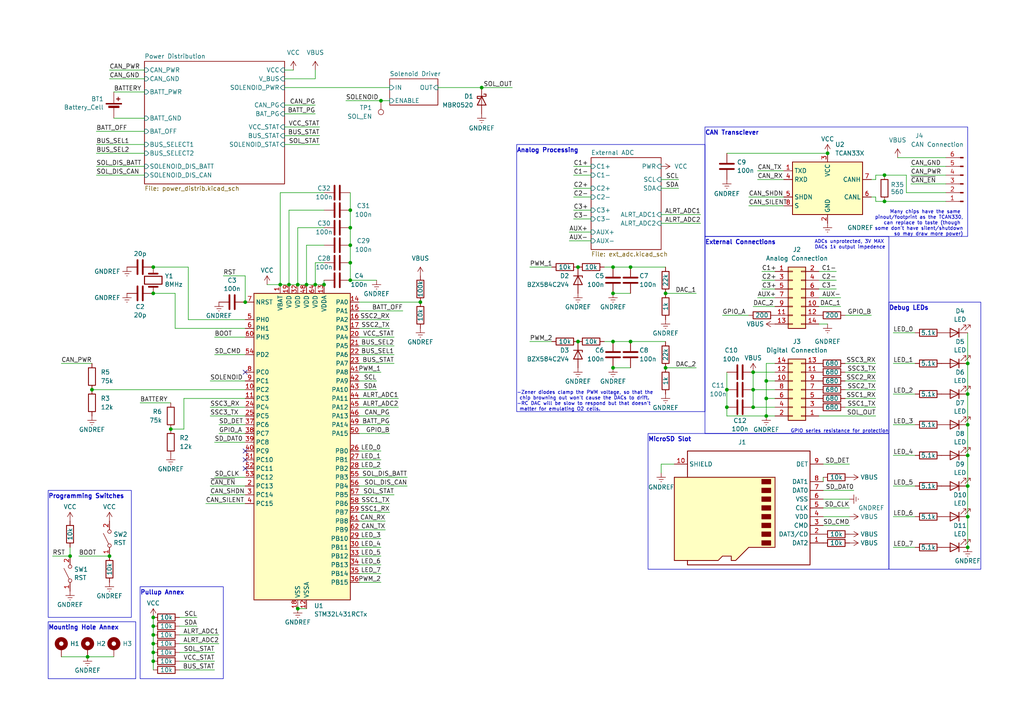
<source format=kicad_sch>
(kicad_sch (version 20230121) (generator eeschema)
  (paper "A4")
  (title_block (title "DiveCAN Head") (date "2024-01-08") (rev "2.2 (DRAFT)") (company "Aren Leishman"))
  (junction (at 101.6 60.96))
  (junction (at 177.8 85.09))
  (junction (at 101.6 66.04))
  (junction (at 280.67 132.08))
  (junction (at 177.8 77.47))
  (junction (at 88.9 82.55))
  (junction (at 218.44 107.95))
  (junction (at 280.67 123.19))
  (junction (at 167.64 99.06))
  (junction (at 81.28 82.55))
  (junction (at 44.45 191.77))
  (junction (at 44.45 77.47))
  (junction (at 256.54 58.42))
  (junction (at 91.44 82.55))
  (junction (at 20.32 161.29))
  (junction (at 280.67 158.75))
  (junction (at 280.67 114.3))
  (junction (at 193.04 85.09))
  (junction (at 240.03 44.45))
  (junction (at 44.45 179.07))
  (junction (at 101.6 81.28))
  (junction (at 110.49 29.21))
  (junction (at 193.04 106.68))
  (junction (at 280.67 140.97))
  (junction (at 121.92 87.63))
  (junction (at 210.82 118.11))
  (junction (at 218.44 113.03))
  (junction (at 49.53 124.46))
  (junction (at 182.88 99.06))
  (junction (at 222.25 115.57))
  (junction (at 93.98 82.55))
  (junction (at 182.88 77.47))
  (junction (at 177.8 99.06))
  (junction (at 101.6 71.12))
  (junction (at 25.4 190.5))
  (junction (at 101.6 76.2))
  (junction (at 44.45 189.23))
  (junction (at 139.7 25.4))
  (junction (at 31.75 161.29))
  (junction (at 222.25 110.49))
  (junction (at 222.25 120.65))
  (junction (at 71.12 87.63))
  (junction (at 280.67 105.41))
  (junction (at 44.45 184.15))
  (junction (at 44.45 181.61))
  (junction (at 44.45 186.69))
  (junction (at 210.82 113.03))
  (junction (at 167.64 77.47))
  (junction (at 86.36 82.55))
  (junction (at 280.67 149.86))
  (junction (at 86.36 176.53))
  (junction (at 256.54 50.8))
  (junction (at 83.82 82.55))
  (junction (at 177.8 106.68))
  (junction (at 44.45 85.09))
  (junction (at 218.44 118.11))
  (junction (at 26.67 113.03))
  (no_connect (at 71.12 135.89))
  (no_connect (at 71.12 133.35))
  (no_connect (at 71.12 107.95))
  (no_connect (at 71.12 130.81))
  (wire (pts (xy 259.08 123.19) (xy 265.43 123.19)))
  (wire (pts (xy 101.6 76.2) (xy 101.6 81.28)))
  (wire (pts (xy 62.23 138.43) (xy 71.12 138.43)))
  (wire (pts (xy 31.75 20.32) (xy 41.91 20.32)))
  (wire (pts (xy 86.36 82.55) (xy 88.9 82.55)))
  (wire (pts (xy 219.71 52.07) (xy 227.33 52.07)))
  (wire (pts (xy 245.11 91.44) (xy 252.73 91.44)))
  (wire (pts (xy 104.14 87.63) (xy 121.92 87.63)))
  (wire (pts (xy 101.6 60.96) (xy 101.6 66.04)))
  (wire (pts (xy 177.8 77.47) (xy 182.88 77.47)))
  (wire (pts (xy 177.8 77.47) (xy 175.26 77.47)))
  (wire (pts (xy 114.3 143.51) (xy 104.14 143.51)))
  (wire (pts (xy 71.12 92.71) (xy 54.61 92.71)))
  (wire (pts (xy 81.28 55.88) (xy 81.28 82.55)))
  (wire (pts (xy 53.34 115.57) (xy 71.12 115.57)))
  (wire (pts (xy 22.86 161.29) (xy 31.75 161.29)))
  (wire (pts (xy 15.24 161.29) (xy 20.32 161.29)))
  (wire (pts (xy 71.12 87.63) (xy 71.12 80.01)))
  (wire (pts (xy 220.98 83.82) (xy 224.79 83.82)))
  (wire (pts (xy 191.77 54.61) (xy 196.85 54.61)))
  (wire (pts (xy 219.71 49.53) (xy 227.33 49.53)))
  (wire (pts (xy 17.78 190.5) (xy 25.4 190.5)))
  (wire (pts (xy 44.45 184.15) (xy 44.45 186.69)))
  (wire (pts (xy 166.37 57.15) (xy 171.45 57.15)))
  (wire (pts (xy 50.8 85.09) (xy 50.8 95.25)))
  (wire (pts (xy 259.08 132.08) (xy 265.43 132.08)))
  (wire (pts (xy 280.67 114.3) (xy 280.67 123.19)))
  (wire (pts (xy 53.34 124.46) (xy 53.34 115.57)))
  (wire (pts (xy 220.98 81.28) (xy 224.79 81.28)))
  (wire (pts (xy 259.08 96.52) (xy 265.43 96.52)))
  (wire (pts (xy 217.17 57.15) (xy 227.33 57.15)))
  (wire (pts (xy 77.47 82.55) (xy 81.28 82.55)))
  (wire (pts (xy 210.82 120.65) (xy 222.25 120.65)))
  (wire (pts (xy 71.12 125.73) (xy 63.5 125.73)))
  (wire (pts (xy 177.8 99.06) (xy 182.88 99.06)))
  (wire (pts (xy 259.08 105.41) (xy 265.43 105.41)))
  (wire (pts (xy 44.45 179.07) (xy 44.45 181.61)))
  (wire (pts (xy 110.49 161.29) (xy 104.14 161.29)))
  (wire (pts (xy 177.8 99.06) (xy 175.26 99.06)))
  (wire (pts (xy 259.08 140.97) (xy 265.43 140.97)))
  (wire (pts (xy 100.33 29.21) (xy 110.49 29.21)))
  (wire (pts (xy 220.98 78.74) (xy 224.79 78.74)))
  (wire (pts (xy 44.45 189.23) (xy 44.45 191.77)))
  (wire (pts (xy 237.49 88.9) (xy 243.84 88.9)))
  (wire (pts (xy 62.23 191.77) (xy 52.07 191.77)))
  (wire (pts (xy 224.79 88.9) (xy 218.44 88.9)))
  (wire (pts (xy 27.94 38.1) (xy 41.91 38.1)))
  (wire (pts (xy 219.71 86.36) (xy 224.79 86.36)))
  (wire (pts (xy 62.23 97.79) (xy 71.12 97.79)))
  (wire (pts (xy 254 57.15) (xy 254 58.42)))
  (wire (pts (xy 246.38 144.78) (xy 238.76 144.78)))
  (wire (pts (xy 238.76 134.62) (xy 246.38 134.62)))
  (wire (pts (xy 193.04 106.68) (xy 201.93 106.68)))
  (wire (pts (xy 104.14 148.59) (xy 113.03 148.59)))
  (wire (pts (xy 210.82 118.11) (xy 210.82 120.65)))
  (wire (pts (xy 83.82 60.96) (xy 93.98 60.96)))
  (wire (pts (xy 110.49 158.75) (xy 104.14 158.75)))
  (wire (pts (xy 86.36 176.53) (xy 88.9 176.53)))
  (wire (pts (xy 110.49 133.35) (xy 104.14 133.35)))
  (wire (pts (xy 86.36 82.55) (xy 86.36 66.04)))
  (wire (pts (xy 91.44 20.32) (xy 91.44 22.86)))
  (wire (pts (xy 62.23 102.87) (xy 71.12 102.87)))
  (wire (pts (xy 86.36 66.04) (xy 93.98 66.04)))
  (wire (pts (xy 93.98 81.28) (xy 93.98 82.55)))
  (wire (pts (xy 222.25 115.57) (xy 224.79 115.57)))
  (wire (pts (xy 218.44 107.95) (xy 218.44 113.03)))
  (wire (pts (xy 114.3 100.33) (xy 104.14 100.33)))
  (wire (pts (xy 91.44 76.2) (xy 93.98 76.2)))
  (wire (pts (xy 88.9 71.12) (xy 93.98 71.12)))
  (wire (pts (xy 217.17 59.69) (xy 227.33 59.69)))
  (wire (pts (xy 104.14 115.57) (xy 115.57 115.57)))
  (wire (pts (xy 110.49 130.81) (xy 104.14 130.81)))
  (wire (pts (xy 116.84 90.17) (xy 104.14 90.17)))
  (wire (pts (xy 101.6 55.88) (xy 101.6 60.96)))
  (wire (pts (xy 44.45 191.77) (xy 44.45 194.31)))
  (wire (pts (xy 238.76 142.24) (xy 247.65 142.24)))
  (wire (pts (xy 62.23 194.31) (xy 52.07 194.31)))
  (wire (pts (xy 191.77 134.62) (xy 195.58 134.62)))
  (wire (pts (xy 254 52.07) (xy 254 50.8)))
  (wire (pts (xy 81.28 82.55) (xy 83.82 82.55)))
  (wire (pts (xy 166.37 60.96) (xy 171.45 60.96)))
  (wire (pts (xy 82.55 20.32) (xy 85.09 20.32)))
  (wire (pts (xy 44.45 186.69) (xy 44.45 189.23)))
  (wire (pts (xy 264.16 50.8) (xy 274.32 50.8)))
  (wire (pts (xy 40.64 116.84) (xy 49.53 116.84)))
  (wire (pts (xy 104.14 125.73) (xy 113.03 125.73)))
  (wire (pts (xy 88.9 82.55) (xy 91.44 82.55)))
  (wire (pts (xy 64.77 80.01) (xy 71.12 80.01)))
  (wire (pts (xy 83.82 82.55) (xy 83.82 60.96)))
  (wire (pts (xy 62.23 128.27) (xy 71.12 128.27)))
  (wire (pts (xy 256.54 58.42) (xy 274.32 58.42)))
  (wire (pts (xy 91.44 82.55) (xy 91.44 76.2)))
  (wire (pts (xy 104.14 123.19) (xy 113.03 123.19)))
  (wire (pts (xy 59.69 146.05) (xy 71.12 146.05)))
  (wire (pts (xy 104.14 151.13) (xy 111.76 151.13)))
  (wire (pts (xy 104.14 107.95) (xy 110.49 107.95)))
  (wire (pts (xy 280.67 140.97) (xy 280.67 149.86)))
  (wire (pts (xy 104.14 153.67) (xy 111.76 153.67)))
  (wire (pts (xy 44.45 181.61) (xy 44.45 184.15)))
  (wire (pts (xy 33.02 34.29) (xy 41.91 34.29)))
  (wire (pts (xy 82.55 25.4) (xy 113.03 25.4)))
  (wire (pts (xy 260.35 45.72) (xy 274.32 45.72)))
  (wire (pts (xy 237.49 86.36) (xy 243.84 86.36)))
  (wire (pts (xy 52.07 186.69) (xy 63.5 186.69)))
  (wire (pts (xy 25.4 190.5) (xy 33.02 190.5)))
  (wire (pts (xy 218.44 113.03) (xy 224.79 113.03)))
  (wire (pts (xy 182.88 77.47) (xy 193.04 77.47)))
  (wire (pts (xy 104.14 92.71) (xy 113.03 92.71)))
  (wire (pts (xy 280.67 123.19) (xy 280.67 132.08)))
  (wire (pts (xy 237.49 81.28) (xy 242.57 81.28)))
  (wire (pts (xy 166.37 63.5) (xy 171.45 63.5)))
  (wire (pts (xy 82.55 33.02) (xy 91.44 33.02)))
  (wire (pts (xy 254 52.07) (xy 252.73 52.07)))
  (wire (pts (xy 237.49 78.74) (xy 242.57 78.74)))
  (wire (pts (xy 177.8 106.68) (xy 182.88 106.68)))
  (wire (pts (xy 104.14 118.11) (xy 115.57 118.11)))
  (wire (pts (xy 110.49 29.21) (xy 113.03 29.21)))
  (wire (pts (xy 91.44 82.55) (xy 93.98 82.55)))
  (wire (pts (xy 50.8 95.25) (xy 71.12 95.25)))
  (wire (pts (xy 245.11 107.95) (xy 254 107.95)))
  (wire (pts (xy 139.7 25.4) (xy 148.59 25.4)))
  (wire (pts (xy 191.77 64.77) (xy 203.2 64.77)))
  (wire (pts (xy 238.76 138.43) (xy 238.76 139.7)))
  (wire (pts (xy 60.96 120.65) (xy 71.12 120.65)))
  (wire (pts (xy 104.14 113.03) (xy 109.22 113.03)))
  (wire (pts (xy 166.37 54.61) (xy 171.45 54.61)))
  (wire (pts (xy 127 25.4) (xy 139.7 25.4)))
  (wire (pts (xy 54.61 92.71) (xy 54.61 77.47)))
  (wire (pts (xy 17.78 105.41) (xy 26.67 105.41)))
  (wire (pts (xy 101.6 71.12) (xy 101.6 76.2)))
  (wire (pts (xy 224.79 105.41) (xy 222.25 105.41)))
  (wire (pts (xy 71.12 113.03) (xy 26.67 113.03)))
  (wire (pts (xy 222.25 110.49) (xy 224.79 110.49)))
  (wire (pts (xy 222.25 105.41) (xy 222.25 110.49)))
  (wire (pts (xy 191.77 137.16) (xy 191.77 134.62)))
  (wire (pts (xy 60.96 140.97) (xy 71.12 140.97)))
  (wire (pts (xy 259.08 158.75) (xy 265.43 158.75)))
  (wire (pts (xy 245.11 113.03) (xy 254 113.03)))
  (wire (pts (xy 104.14 110.49) (xy 109.22 110.49)))
  (wire (pts (xy 165.1 69.85) (xy 171.45 69.85)))
  (wire (pts (xy 210.82 107.95) (xy 210.82 113.03)))
  (wire (pts (xy 82.55 30.48) (xy 91.44 30.48)))
  (wire (pts (xy 191.77 52.07) (xy 196.85 52.07)))
  (wire (pts (xy 280.67 149.86) (xy 280.67 158.75)))
  (wire (pts (xy 166.37 48.26) (xy 171.45 48.26)))
  (wire (pts (xy 177.8 85.09) (xy 182.88 85.09)))
  (wire (pts (xy 222.25 115.57) (xy 222.25 120.65)))
  (wire (pts (xy 33.02 26.67) (xy 41.91 26.67)))
  (wire (pts (xy 259.08 149.86) (xy 265.43 149.86)))
  (wire (pts (xy 104.14 95.25) (xy 113.03 95.25)))
  (wire (pts (xy 60.96 110.49) (xy 71.12 110.49)))
  (wire (pts (xy 31.75 22.86) (xy 41.91 22.86)))
  (wire (pts (xy 54.61 77.47) (xy 44.45 77.47)))
  (wire (pts (xy 245.11 115.57) (xy 254 115.57)))
  (wire (pts (xy 262.89 50.8) (xy 262.89 55.88)))
  (wire (pts (xy 104.14 146.05) (xy 113.03 146.05)))
  (wire (pts (xy 104.14 168.91) (xy 110.49 168.91)))
  (wire (pts (xy 92.71 39.37) (xy 82.55 39.37)))
  (wire (pts (xy 110.49 156.21) (xy 104.14 156.21)))
  (wire (pts (xy 110.49 166.37) (xy 104.14 166.37)))
  (wire (pts (xy 259.08 114.3) (xy 265.43 114.3)))
  (wire (pts (xy 91.44 22.86) (xy 82.55 22.86)))
  (wire (pts (xy 92.71 36.83) (xy 82.55 36.83)))
  (wire (pts (xy 245.11 110.49) (xy 254 110.49)))
  (wire (pts (xy 238.76 147.32) (xy 246.38 147.32)))
  (wire (pts (xy 245.11 118.11) (xy 254 118.11)))
  (wire (pts (xy 246.38 149.86) (xy 238.76 149.86)))
  (wire (pts (xy 110.49 163.83) (xy 104.14 163.83)))
  (wire (pts (xy 210.82 44.45) (xy 240.03 44.45)))
  (wire (pts (xy 83.82 82.55) (xy 86.36 82.55)))
  (wire (pts (xy 60.96 143.51) (xy 71.12 143.51)))
  (wire (pts (xy 114.3 97.79) (xy 104.14 97.79)))
  (wire (pts (xy 27.94 50.8) (xy 41.91 50.8)))
  (wire (pts (xy 166.37 50.8) (xy 171.45 50.8)))
  (wire (pts (xy 101.6 81.28) (xy 109.22 81.28)))
  (wire (pts (xy 280.67 105.41) (xy 280.67 114.3)))
  (wire (pts (xy 218.44 107.95) (xy 224.79 107.95)))
  (wire (pts (xy 193.04 85.09) (xy 201.93 85.09)))
  (wire (pts (xy 254 50.8) (xy 256.54 50.8)))
  (wire (pts (xy 71.12 123.19) (xy 63.5 123.19)))
  (wire (pts (xy 52.07 181.61) (xy 57.15 181.61)))
  (wire (pts (xy 245.11 105.41) (xy 254 105.41)))
  (wire (pts (xy 114.3 102.87) (xy 104.14 102.87)))
  (wire (pts (xy 52.07 179.07) (xy 57.15 179.07)))
  (wire (pts (xy 160.02 99.06) (xy 153.67 99.06)))
  (wire (pts (xy 52.07 184.15) (xy 63.5 184.15)))
  (wire (pts (xy 237.49 83.82) (xy 242.57 83.82)))
  (wire (pts (xy 27.94 44.45) (xy 41.91 44.45)))
  (wire (pts (xy 217.17 91.44) (xy 209.55 91.44)))
  (wire (pts (xy 88.9 82.55) (xy 88.9 71.12)))
  (wire (pts (xy 118.11 138.43) (xy 104.14 138.43)))
  (wire (pts (xy 104.14 140.97) (xy 118.11 140.97)))
  (wire (pts (xy 165.1 67.31) (xy 171.45 67.31)))
  (wire (pts (xy 237.49 120.65) (xy 254 120.65)))
  (wire (pts (xy 44.45 85.09) (xy 50.8 85.09)))
  (wire (pts (xy 93.98 55.88) (xy 81.28 55.88)))
  (wire (pts (xy 254 58.42) (xy 256.54 58.42)))
  (wire (pts (xy 218.44 118.11) (xy 224.79 118.11)))
  (wire (pts (xy 191.77 62.23) (xy 203.2 62.23)))
  (wire (pts (xy 160.02 77.47) (xy 153.67 77.47)))
  (wire (pts (xy 27.94 48.26) (xy 41.91 48.26)))
  (wire (pts (xy 182.88 99.06) (xy 193.04 99.06)))
  (wire (pts (xy 49.53 124.46) (xy 53.34 124.46)))
  (wire (pts (xy 60.96 118.11) (xy 71.12 118.11)))
  (wire (pts (xy 101.6 66.04) (xy 101.6 71.12)))
  (wire (pts (xy 20.32 158.75) (xy 20.32 161.29)))
  (wire (pts (xy 110.49 135.89) (xy 104.14 135.89)))
  (wire (pts (xy 224.79 120.65) (xy 222.25 120.65)))
  (wire (pts (xy 218.44 118.11) (xy 218.44 113.03)))
  (wire (pts (xy 264.16 53.34) (xy 274.32 53.34)))
  (wire (pts (xy 240.03 93.98) (xy 237.49 93.98)))
  (wire (pts (xy 104.14 120.65) (xy 113.03 120.65)))
  (wire (pts (xy 256.54 50.8) (xy 262.89 50.8)))
  (wire (pts (xy 264.16 48.26) (xy 274.32 48.26)))
  (wire (pts (xy 92.71 41.91) (xy 82.55 41.91)))
  (wire (pts (xy 262.89 55.88) (xy 274.32 55.88)))
  (wire (pts (xy 210.82 113.03) (xy 210.82 118.11)))
  (wire (pts (xy 222.25 110.49) (xy 222.25 115.57)))
  (wire (pts (xy 254 57.15) (xy 252.73 57.15)))
  (wire (pts (xy 280.67 96.52) (xy 280.67 105.41)))
  (wire (pts (xy 238.76 152.4) (xy 246.38 152.4)))
  (wire (pts (xy 27.94 41.91) (xy 41.91 41.91)))
  (wire (pts (xy 114.3 105.41) (xy 104.14 105.41)))
  (wire (pts (xy 280.67 132.08) (xy 280.67 140.97)))
  (wire (pts (xy 62.23 189.23) (xy 52.07 189.23)))
  (rectangle (start 204.47 36.83) (end 280.67 68.58))
  (rectangle (start 149.86 41.91) (end 204.47 119.38))
  (rectangle (start 257.81 87.63) (end 284.48 165.1))
  (rectangle (start 204.47 68.58) (end 257.81 125.73))
  (rectangle (start 13.97 180.34) (end 39.37 196.85))
  (rectangle (start 40.64 170.18) (end 64.77 196.85))
  (rectangle (start 187.96 125.73) (end 257.81 165.1))
  (rectangle (start 13.97 142.24) (end 38.1 179.07))
  (text "Many chips have the same \npinout/footprint as the TCAN330,\ncan replace to taste (though \nsome don't have silent/shutdown\nso may draw more power)" (at 279.4 68.58 0) (effects (font (size 1 1)) (justify right bottom)))
  (text "MicroSD Slot\n" (at 187.96 128.27 0) (effects (font (size 1.27 1.27) (thickness 0.254) bold) (justify left bottom)))
  (text "Mounting Hole Annex" (at 13.97 182.88 0) (effects (font (size 1.27 1.27) (thickness 0.254) bold) (justify left bottom)))
  (text "Pullup Annex\n" (at 40.64 172.72 0) (effects (font (size 1.27 1.27) (thickness 0.254) bold) (justify left bottom)))
  (text "External Connections" (at 204.47 71.12 0) (effects (font (size 1.27 1.27) (thickness 0.254) bold) (justify left bottom)))
  (text "ADCs unprotected, 3V MAX\nDACs 1k output impedence" (at 236.22 72.39 0) (effects (font (size 1 1)) (justify left bottom)))
  (text "Programming Switches" (at 13.97 144.78 0) (effects (font (size 1.27 1.27) (thickness 0.254) bold) (justify left bottom)))
  (text "Debug LEDs\n" (at 257.81 90.17 0) (effects (font (size 1.27 1.27) (thickness 0.254) bold) (justify left bottom)))
  (text "GPIO series resistance for protection" (at 257.81 125.73 0) (effects (font (size 1 1)) (justify right bottom)))
  (text "-Zener diodes clamp the PWM voltage, so that the \n chip browning out won't cause the DACs to drift. \n-RC DAC will be slow to respond but that doesn't\n matter for emulating O2 cells." (at 149.86 119.38 0) (effects (font (size 1 1)) (justify left bottom)))
  (text "CAN Transciever" (at 204.47 39.37 0) (effects (font (size 1.27 1.27) (thickness 0.254) bold) (justify left bottom)))
  (text "Analog Processing\n" (at 149.86 44.45 0) (effects (font (size 1.27 1.27) (thickness 0.254) bold) (justify left bottom)))
  (label "CAN_TX" (at 111.76 153.67 180))
  (label "BATT_OFF" (at 27.94 38.1 0))
  (label "GPIO_A" (at 209.55 91.44 0))
  (label "SOLENOID" (at 100.33 29.21 0))
  (label "GPIO_B" (at 252.73 91.44 180))
  (label "RST" (at 64.77 80.01 0))
  (label "LED_6" (at 259.08 149.86 0))
  (label "AUX-" (at 243.84 86.36 180))
  (label "GPIO_B" (at 113.03 125.73 180))
  (label "VCC_STAT" (at 114.3 97.79 180))
  (label "CAN_PWR" (at 31.75 20.32 0))
  (label "SSC3_TX" (at 254 107.95 180))
  (label "LED_1" (at 259.08 105.41 0))
  (label "ALRT_ADC1" (at 63.5 184.15 180))
  (label "SOL_OUT" (at 148.59 25.4 180))
  (label "SOL_DIS_CAN" (at 118.11 140.97 180))
  (label "CAN_TX" (at 219.71 49.53 0))
  (label "BOOT" (at 22.86 161.29 0))
  (label "LED_1" (at 110.49 133.35 180))
  (label "BATTERY" (at 33.02 26.67 0))
  (label "BUS_SEL2" (at 27.94 44.45 0))
  (label "RST" (at 15.24 161.29 0))
  (label "BATTERY" (at 40.64 116.84 0))
  (label "CAN_GND" (at 31.75 22.86 0))
  (label "VCC_STAT" (at 92.71 36.83 180))
  (label "C1+" (at 220.98 78.74 0))
  (label "DAC_1" (at 243.84 88.9 180))
  (label "PWM_1" (at 110.49 107.95 180))
  (label "C3+" (at 166.37 60.96 0))
  (label "AUX-" (at 165.1 69.85 0))
  (label "SSC1_TX" (at 113.03 146.05 180))
  (label "SOL_STAT" (at 114.3 143.51 180))
  (label "~{CAN_EN}" (at 60.96 140.97 0))
  (label "SSC1_RX" (at 254 115.57 180))
  (label "DAC_2" (at 201.93 106.68 180))
  (label "C3+" (at 220.98 83.82 0))
  (label "C2-" (at 242.57 81.28 180))
  (label "C1-" (at 166.37 50.8 0))
  (label "ALRT_ADC1" (at 203.2 62.23 180))
  (label "SOL_DIS_BATT" (at 118.11 138.43 180))
  (label "LED_6" (at 110.49 163.83 180))
  (label "BUS_STAT" (at 92.71 39.37 180))
  (label "CAN_PWR" (at 17.78 105.41 0))
  (label "CAN_SILENT" (at 59.69 146.05 0))
  (label "LED_3" (at 110.49 156.21 180))
  (label "C2-" (at 166.37 57.15 0))
  (label "C1-" (at 242.57 78.74 180))
  (label "SSC2_TX" (at 254 113.03 180))
  (label "SDA" (at 196.85 54.61 180))
  (label "CAN_SILENT" (at 217.17 59.69 0))
  (label "LED_3" (at 259.08 123.19 0))
  (label "SD_DET" (at 63.5 123.19 0))
  (label "BATT_PG" (at 113.03 123.19 180))
  (label "DAC_1" (at 201.93 85.09 180))
  (label "ALRT_ADC2" (at 115.57 118.11 180))
  (label "SSC1_TX" (at 254 118.11 180))
  (label "C3-" (at 242.57 83.82 180))
  (label "SD_CMD" (at 246.38 152.4 180))
  (label "AUX+" (at 165.1 67.31 0))
  (label "C2+" (at 166.37 54.61 0))
  (label "BATT_PG" (at 91.44 33.02 180))
  (label "LED_7" (at 110.49 166.37 180))
  (label "SOL_STAT" (at 62.23 189.23 180))
  (label "LED_0" (at 259.08 96.52 0))
  (label "SDA" (at 57.15 181.61 180))
  (label "C3-" (at 166.37 63.5 0))
  (label "SD_DAT0" (at 247.65 142.24 180))
  (label "LED_4" (at 110.49 158.75 180))
  (label "CAN_SHDN" (at 217.17 57.15 0))
  (label "LED_0" (at 110.49 130.81 180))
  (label "SD_CLK" (at 62.23 138.43 0))
  (label "LED_5" (at 110.49 161.29 180))
  (label "ALRT_ADC1" (at 115.57 115.57 180))
  (label "SOLENOID" (at 60.96 110.49 0))
  (label "SSC1_RX" (at 113.03 148.59 180))
  (label "SCL" (at 196.85 52.07 180))
  (label "BUS_STAT" (at 62.23 194.31 180))
  (label "C2+" (at 220.98 81.28 0))
  (label "PWM_2" (at 153.67 99.06 0))
  (label "CAN_GND" (at 264.16 48.26 0))
  (label "SOL_STAT" (at 92.71 41.91 180))
  (label "SCL" (at 109.22 110.49 180))
  (label "CAN_PWR" (at 264.16 50.8 0))
  (label "PWM_1" (at 153.67 77.47 0))
  (label "BATT_OFF" (at 116.84 90.17 180))
  (label "SSC3_TX" (at 60.96 120.65 0))
  (label "BUS_SEL1" (at 114.3 102.87 180))
  (label "ALRT_ADC2" (at 203.2 64.77 180))
  (label "LED_4" (at 259.08 132.08 0))
  (label "GPIO_A" (at 63.5 125.73 0))
  (label "CAN_RX" (at 219.71 52.07 0))
  (label "CAN_PG" (at 113.03 120.65 180))
  (label "SCL" (at 57.15 179.07 180))
  (label "BUS_STAT" (at 114.3 105.41 180))
  (label "LED_2" (at 259.08 114.3 0))
  (label "BUS_SEL2" (at 114.3 100.33 180))
  (label "SDA" (at 109.22 113.03 180))
  (label "SOL_OUT" (at 254 120.65 180))
  (label "SD_DET" (at 246.38 134.62 180))
  (label "AUX+" (at 219.71 86.36 0))
  (label "SD_CLK" (at 246.38 147.32 180))
  (label "CAN_PG" (at 91.44 30.48 180))
  (label "BUS_SEL1" (at 27.94 41.91 0))
  (label "DAC_2" (at 218.44 88.9 0))
  (label "CAN_RX" (at 111.76 151.13 180))
  (label "SSC3_RX" (at 60.96 118.11 0))
  (label "SSC2_RX" (at 113.03 92.71 180))
  (label "ALRT_ADC2" (at 63.5 186.69 180))
  (label "PWM_2" (at 110.49 168.91 180))
  (label "SD_CMD" (at 62.23 102.87 0))
  (label "C1+" (at 166.37 48.26 0))
  (label "LED_7" (at 259.08 158.75 0))
  (label "SOL_DIS_BATT" (at 27.94 48.26 0))
  (label "VCC_STAT" (at 62.23 191.77 180))
  (label "SSC2_RX" (at 254 110.49 180))
  (label "SSC3_RX" (at 254 105.41 180))
  (label "SSC2_TX" (at 113.03 95.25 180))
  (label "LED_5" (at 259.08 140.97 0))
  (label "~{CAN_EN}" (at 264.16 53.34 0))
  (label "CAN_SHDN" (at 60.96 143.51 0))
  (label "LED_2" (at 110.49 135.89 180))
  (label "SD_DAT0" (at 62.23 128.27 0))
  (label "BOOT" (at 62.23 97.79 0))
  (label "SOL_DIS_CAN" (at 27.94 50.8 0))
  (symbol (lib_id "Library:R") (at 193.04 110.49 0) (mirror y) (unit 1)
    (property "Reference" "R23" (effects hide))
    (property "Value" "1k" (at 193.04 110.49 90))
    (property "Footprint" "Resistor_SMD:R_0402_1005Metric" (effects hide))
    (property "MPN" "C11702" (effects hide))
  )
  (symbol (lib_id "power:GNDREF") (at 177.8 85.09 0) (mirror y) (unit 1)
    (property "Reference" "#PWR023" (effects hide))
    (property "Value" "GNDREF" (at 177.8 89.035 0))
  )
  (symbol (lib_id "power:VBUS") (at 246.38 138.43 270) (unit 1)
    (property "Reference" "#PWR039" (effects hide))
    (property "Value" "VBUS" (at 249.555 138.43 90) (effects (justify left)))
  )
  (symbol (lib_id "power:GNDREF") (at 193.04 114.3 0) (mirror y) (unit 1)
    (property "Reference" "#PWR028" (effects hide))
    (property "Value" "GNDREF" (at 193.04 118.245 0))
  )
  (symbol (lib_id "Library:R") (at 269.24 132.08 270) (unit 1)
    (property "Reference" "R40" (effects hide))
    (property "Value" "5.1k" (at 269.24 132.08 90))
    (property "Footprint" "Resistor_SMD:R_0402_1005Metric" (effects hide))
    (property "MPN" "C25905" (effects hide))
  )
  (symbol (lib_id "Library:MBR0520") (at 139.7 29.21 270) (unit 1)
    (property "Reference" "D1" (at 134.62 27.94 90) (effects (justify left)))
    (property "Value" "MBR0520" (at 128.27 30.48 90) (effects (justify left)))
    (property "Footprint" "Diode_SMD:D_SOD-123" (effects hide))
    (property "Datasheet" "http://www.mccsemi.com/up_pdf/MBR0520~MBR0580(SOD123).pdf" (effects hide))
    (property "MPN" "C5204745" (effects hide))
  )
  (symbol (lib_id "power:VCC") (at 191.77 48.26 270) (unit 1)
    (property "Reference" "#PWR025" (effects hide))
    (property "Value" "VCC" (at 195.58 48.26 90) (effects (justify left)))
  )
  (symbol (lib_id "Library:LED") (at 276.86 149.86 180) (unit 1)
    (property "Reference" "D10" (at 278.4475 143.5567 0))
    (property "Value" "LED" (at 278.4475 145.9809 0))
    (property "Footprint" "LED_SMD:LED_0805_2012Metric" (effects hide))
    (property "MPN" "C84256" (effects hide))
  )
  (symbol (lib_id "Library:R") (at 48.26 189.23 90) (unit 1)
    (property "Reference" "R11" (effects hide))
    (property "Value" "10k" (at 48.26 189.23 90))
    (property "Footprint" "Resistor_SMD:R_0402_1005Metric" (effects hide))
    (property "MPN" "C25744" (effects hide))
  )
  (symbol (lib_id "Project:R") (at 241.3 113.03 270) (mirror x) (unit 1)
    (property "Reference" "R29" (effects hide))
    (property "Value" "680" (at 241.3 113.03 90))
    (property "Footprint" "Resistor_SMD:R_0402_1005Metric" (effects hide))
    (property "MPN" "C25130" (effects hide))
  )
  (symbol (lib_id "power:GNDREF") (at 222.25 120.65 0) (unit 1)
    (property "Reference" "#PWR031" (effects hide))
    (property "Value" "GNDREF" (at 222.25 124.595 0))
  )
  (symbol (lib_id "Library:R") (at 242.57 154.94 90) (unit 1)
    (property "Reference" "R33" (effects hide))
    (property "Value" "10k" (at 242.57 154.94 90))
    (property "Footprint" "Resistor_SMD:R_0402_1005Metric" (effects hide))
    (property "MPN" "C25744" (effects hide))
  )
  (symbol (lib_id "power:GNDREF") (at 167.64 85.09 0) (mirror y) (unit 1)
    (property "Reference" "#PWR021" (effects hide))
    (property "Value" "GNDREF" (at 167.64 89.035 0))
  )
  (symbol (lib_id "power:VBUS") (at 246.38 154.94 270) (unit 1)
    (property "Reference" "#PWR017" (effects hide))
    (property "Value" "VBUS" (at 249.555 154.94 90) (effects (justify left)))
  )
  (symbol (lib_id "power:VCC") (at 31.75 151.13 0) (unit 1)
    (property "Reference" "#PWR06" (effects hide))
    (property "Value" "VCC" (at 31.75 146.9969 0))
  )
  (symbol (lib_id "Project:R") (at 241.3 107.95 270) (mirror x) (unit 1)
    (property "Reference" "R27" (effects hide))
    (property "Value" "680" (at 241.3 107.95 90))
    (property "Footprint" "Resistor_SMD:R_0402_1005Metric" (effects hide))
    (property "MPN" "C25130" (effects hide))
  )
  (symbol (lib_id "Library:R") (at 48.26 194.31 90) (unit 1)
    (property "Reference" "R13" (effects hide))
    (property "Value" "10k" (at 48.26 194.31 90))
    (property "Footprint" "Resistor_SMD:R_0402_1005Metric" (effects hide))
    (property "MPN" "C25744" (effects hide))
  )
  (symbol (lib_id "power:VCC") (at 20.32 151.13 0) (unit 1)
    (property "Reference" "#PWR01" (effects hide))
    (property "Value" "VCC" (at 20.32 146.9969 0))
  )
  (symbol (lib_id "Library:R") (at 49.53 120.65 0) (unit 1)
    (property "Reference" "R6" (at 46.99 119.38 0) (effects (justify right)))
    (property "Value" "75k" (at 46.99 121.92 0) (effects (justify right)))
    (property "Footprint" "Resistor_SMD:R_0402_1005Metric" (effects hide))
    (property "MPN" "C208939" (effects hide))
  )
  (symbol (lib_id "Library:C") (at 177.8 102.87 180) (unit 1)
    (property "Reference" "C6" (at 175.26 101.6 0) (effects (justify left)))
    (property "Value" "100n" (at 175.26 104.14 0) (effects (justify left)))
    (property "Footprint" "Capacitor_SMD:C_0603_1608Metric" (effects hide))
    (property "MPN" "C14663" (effects hide))
  )
  (symbol (lib_id "Library:C") (at 182.88 102.87 180) (unit 1)
    (property "Reference" "C8" (at 185.42 101.6 0) (effects (justify right)))
    (property "Value" "100n" (at 185.42 104.14 0) (effects (justify right)))
    (property "Footprint" "Capacitor_SMD:C_0603_1608Metric" (effects hide))
    (property "MPN" "C14663" (effects hide))
  )
  (symbol (lib_id "Library:C") (at 97.79 76.2 270) (unit 1)
    (property "Reference" "C28" (at 93.98 74.93 90))
    (property "Value" "100n" (at 93.98 77.47 90))
    (property "Footprint" "Capacitor_SMD:C_0603_1608Metric" (effects hide))
    (property "MPN" "C14663" (effects hide))
  )
  (symbol (lib_id "Project:R") (at 241.3 110.49 270) (mirror x) (unit 1)
    (property "Reference" "R28" (effects hide))
    (property "Value" "680" (at 241.3 110.49 90))
    (property "Footprint" "Resistor_SMD:R_0402_1005Metric" (effects hide))
    (property "MPN" "C25130" (effects hide))
  )
  (symbol (lib_id "Library:C") (at 40.64 77.47 90) (unit 1)
    (property "Reference" "C1" (effects hide))
    (property "Value" "20p" (at 40.64 73.5909 90))
    (property "Footprint" "Capacitor_SMD:C_0603_1608Metric" (effects hide))
    (property "MPN" "C325469" (effects hide))
  )
  (symbol (lib_id "Library:C") (at 182.88 81.28 180) (unit 1)
    (property "Reference" "C7" (at 185.42 80.01 0) (effects (justify right)))
    (property "Value" "100n" (at 185.42 82.55 0) (effects (justify right)))
    (property "Footprint" "Capacitor_SMD:C_0603_1608Metric" (effects hide))
    (property "MPN" "C14663" (effects hide))
  )
  (symbol (lib_id "Library:R") (at 256.54 54.61 0) (unit 1)
    (property "Reference" "R35" (at 258.318 53.586 0) (effects (justify left)))
    (property "Value" "560" (at 258.318 55.634 0) (effects (justify left)))
    (property "Footprint" "Resistor_SMD:R_0402_1005Metric" (effects hide))
    (property "MPN" "C163460" (effects hide))
  )
  (symbol (lib_id "Device:Crystal") (at 44.45 81.28 90) (unit 1)
    (property "Reference" "Y1" (at 47.7774 80.0679 90) (effects (justify right)))
    (property "Value" "8MHz" (at 47.7774 82.4921 90) (effects (justify right)))
    (property "Footprint" "Crystal:Crystal_SMD_HC49-SD" (effects hide))
    (property "MPN" "C963524" (effects hide))
  )
  (symbol (lib_id "Library:R") (at 26.67 116.84 0) (unit 1)
    (property "Reference" "R3" (at 29.21 115.57 0) (effects (justify left)))
    (property "Value" "12k" (at 29.21 118.11 0) (effects (justify left)))
    (property "Footprint" "Resistor_SMD:R_0402_1005Metric" (effects hide))
    (property "MPN" "C25752" (effects hide))
  )
  (symbol (lib_id "Library:TCAN330") (at 240.03 54.61 0) (unit 1)
    (property "Reference" "U2" (at 242.2241 41.91 0) (effects (justify left)))
    (property "Value" "TCAN33X" (at 242.2241 44.45 0) (effects (justify left)))
    (property "Footprint" "Package_SO:SOIC-8_3.9x4.9mm_P1.27mm" (effects hide))
    (property "Datasheet" "http://www.ti.com/lit/ds/symlink/tcan337.pdf" (effects hide))
    (property "MPN" "C73651" (effects hide))
    (property "JlcRotOffset" "-90" (effects hide))
  )
  (symbol (lib_id "Library:MountingHole_Pad") (at 17.78 187.96 0) (unit 1) (in_bom no)
    (property "Reference" "H1" (at 20.32 186.69 0) (effects (justify left)))
    (property "Value" "MountingHole_Pad" (effects hide))
    (property "Footprint" "MountingHole:MountingHole_3.2mm_M3_Pad" (effects hide))
  )
  (symbol (lib_id "Library:LED") (at 276.86 140.97 180) (unit 1)
    (property "Reference" "D9" (at 278.4475 134.6667 0))
    (property "Value" "LED" (at 278.4475 137.0909 0))
    (property "Footprint" "LED_SMD:LED_0805_2012Metric" (effects hide))
    (property "MPN" "C84256" (effects hide))
  )
  (symbol (lib_id "Library:C") (at 214.63 107.95 90) (unit 1)
    (property "Reference" "C10" (at 212.09 101.6 90))
    (property "Value" "100n" (at 212.09 104.14 90))
    (property "Footprint" "Capacitor_SMD:C_0603_1608Metric" (effects hide))
    (property "MPN" "C14663" (effects hide))
  )
  (symbol (lib_id "Library:R") (at 269.24 105.41 270) (unit 1)
    (property "Reference" "R37" (effects hide))
    (property "Value" "5.1k" (at 269.24 105.41 90))
    (property "Footprint" "Resistor_SMD:R_0402_1005Metric" (effects hide))
    (property "MPN" "C25905" (effects hide))
  )
  (symbol (lib_id "Library:R") (at 193.04 88.9 0) (mirror y) (unit 1)
    (property "Reference" "R21" (effects hide))
    (property "Value" "1k" (at 193.04 88.9 90))
    (property "Footprint" "Resistor_SMD:R_0402_1005Metric" (effects hide))
    (property "MPN" "C11702" (effects hide))
  )
  (symbol (lib_id "Library:LED") (at 276.86 96.52 180) (unit 1)
    (property "Reference" "D4" (at 278.4475 90.2167 0))
    (property "Value" "LED" (at 278.4475 92.6409 0))
    (property "Footprint" "LED_SMD:LED_0805_2012Metric" (effects hide))
    (property "MPN" "C84256" (effects hide))
  )
  (symbol (lib_id "power:GNDREF") (at 31.75 168.91 0) (unit 1)
    (property "Reference" "#PWR07" (effects hide))
    (property "Value" "GNDREF" (at 31.75 172.855 0))
  )
  (symbol (lib_id "power:GNDREF") (at 280.67 158.75 0) (unit 1)
    (property "Reference" "#PWR043" (effects hide))
    (property "Value" "GNDREF" (at 280.67 162.695 0))
  )
  (symbol (lib_id "Library:R") (at 269.24 96.52 270) (unit 1)
    (property "Reference" "R36" (effects hide))
    (property "Value" "5.1k" (at 269.24 96.52 90))
    (property "Footprint" "Resistor_SMD:R_0402_1005Metric" (effects hide))
    (property "MPN" "C25905" (effects hide))
  )
  (symbol (lib_id "power:GNDREF") (at 26.67 120.65 0) (unit 1)
    (property "Reference" "#PWR04" (effects hide))
    (property "Value" "GNDREF" (at 26.67 124.595 0))
  )
  (symbol (lib_id "Library:R") (at 48.26 184.15 90) (unit 1)
    (property "Reference" "R9" (effects hide))
    (property "Value" "10k" (at 48.26 184.15 90))
    (property "Footprint" "Resistor_SMD:R_0402_1005Metric" (effects hide))
    (property "MPN" "C25744" (effects hide))
  )
  (symbol (lib_id "Library:R") (at 26.67 109.22 0) (unit 1)
    (property "Reference" "R5" (at 29.21 107.95 0) (effects (justify left)))
    (property "Value" "75k" (at 29.21 110.49 0) (effects (justify left)))
    (property "Footprint" "Resistor_SMD:R_0402_1005Metric" (effects hide))
    (property "MPN" "C208939" (effects hide))
  )
  (symbol (lib_id "power:GNDREF") (at 25.4 190.5 0) (unit 1)
    (property "Reference" "#PWR03" (effects hide))
    (property "Value" "GNDREF" (at 25.4 194.445 0))
  )
  (symbol (lib_id "Connector_Generic:Conn_02x07_Odd_Even") (at 229.87 86.36 0) (unit 1) (in_bom no)
    (property "Reference" "J2" (at 231.14 72.39 0))
    (property "Value" "Analog Connection" (at 231.14 74.93 0))
    (property "Footprint" "Connector_IDC:IDC-Header_2x07_P2.54mm_Vertical" (effects hide))
  )
  (symbol (lib_id "Library:C") (at 214.63 113.03 90) (unit 1)
    (property "Reference" "C11" (at 208.28 111.76 90))
    (property "Value" "100n" (at 208.28 114.3 90))
    (property "Footprint" "Capacitor_SMD:C_0603_1608Metric" (effects hide))
    (property "MPN" "C14663" (effects hide))
  )
  (symbol (lib_id "Library:C") (at 97.79 81.28 270) (unit 1)
    (property "Reference" "C4" (at 104.14 80.01 90))
    (property "Value" "100n" (at 104.14 82.55 90))
    (property "Footprint" "Capacitor_SMD:C_0603_1608Metric" (effects hide))
    (property "MPN" "C14663" (effects hide))
  )
  (symbol (lib_id "Library:LED") (at 276.86 132.08 180) (unit 1)
    (property "Reference" "D8" (at 278.4475 125.7767 0))
    (property "Value" "LED" (at 278.4475 128.2009 0))
    (property "Footprint" "LED_SMD:LED_0805_2012Metric" (effects hide))
    (property "MPN" "C84256" (effects hide))
  )
  (symbol (lib_id "power:VBUS") (at 218.44 107.95 0) (unit 1)
    (property "Reference" "#PWR030" (effects hide))
    (property "Value" "VBUS" (at 218.44 103.8169 0))
  )
  (symbol (lib_id "Library:Battery_Cell") (at 33.02 31.75 0) (unit 1) (in_bom no)
    (property "Reference" "BT1" (at 30.099 28.6964 0) (effects (justify right)))
    (property "Value" "Battery_Cell" (at 30.099 31.1206 0) (effects (justify right)))
    (property "Footprint" "Connector_PinHeader_2.54mm:PinHeader_1x02_P2.54mm_Horizontal" (effects hide))
  )
  (symbol (lib_id "Library:R") (at 31.75 165.1 180) (unit 1)
    (property "Reference" "R4" (effects hide))
    (property "Value" "10k" (at 31.75 165.1 90))
    (property "Footprint" "Resistor_SMD:R_0402_1005Metric" (effects hide))
    (property "MPN" "C25744" (effects hide))
  )
  (symbol (lib_id "Project:R") (at 241.3 115.57 270) (mirror x) (unit 1)
    (property "Reference" "R30" (effects hide))
    (property "Value" "680" (at 241.3 115.57 90))
    (property "Footprint" "Resistor_SMD:R_0402_1005Metric" (effects hide))
    (property "MPN" "C25130" (effects hide))
  )
  (symbol (lib_id "Library:LED") (at 276.86 105.41 180) (unit 1)
    (property "Reference" "D5" (at 278.4475 99.1067 0))
    (property "Value" "LED" (at 278.4475 101.5309 0))
    (property "Footprint" "LED_SMD:LED_0805_2012Metric" (effects hide))
    (property "MPN" "C84256" (effects hide))
  )
  (symbol (lib_id "Connector:Conn_01x06_Pin") (at 279.4 53.34 180) (unit 1) (in_bom no)
    (property "Reference" "J4" (at 265.43 39.37 0) (effects (justify right)))
    (property "Value" "CAN Connection" (at 264.16 41.91 0) (effects (justify right)))
    (property "Footprint" "Connector_PinHeader_2.54mm:PinHeader_1x06_P2.54mm_Horizontal" (effects hide))
  )
  (symbol (lib_id "Library:R") (at 121.92 83.82 0) (mirror x) (unit 1)
    (property "Reference" "R14" (effects hide))
    (property "Value" "100k" (at 121.92 83.82 90))
    (property "Footprint" "Resistor_SMD:R_0402_1005Metric" (effects hide))
    (property "MPN" "C25741" (effects hide))
  )
  (symbol (lib_id "Library:R") (at 20.32 154.94 180) (unit 1)
    (property "Reference" "R1" (effects hide))
    (property "Value" "10k" (at 20.32 154.94 90))
    (property "Footprint" "Resistor_SMD:R_0402_1005Metric" (effects hide))
    (property "MPN" "C25744" (effects hide))
  )
  (symbol (lib_id "Device:D_Zener") (at 167.64 102.87 270) (unit 1)
    (property "Reference" "D3" (at 165.1 101.6 90) (effects (justify right)))
    (property "Value" "BZX584C2V4" (at 165.1 104.14 90) (effects (justify right)))
    (property "Footprint" "Diode_SMD:D_SOD-523" (effects hide))
    (property "Datasheet" "https://datasheet.lcsc.com/lcsc/2304140030_Yangzhou-Yangjie-Elec-Tech-BZX584C2V4_C968191.pdf" (effects hide))
    (property "MPN" "C968191" (effects hide))
  )
  (symbol (lib_id "power:GNDREF") (at 36.83 85.09 0) (unit 1)
    (property "Reference" "#PWR09" (effects hide))
    (property "Value" "GNDREF" (at 34.9251 86.36 0) (effects (justify right)))
  )
  (symbol (lib_id "power:VBUS") (at 91.44 20.32 0) (unit 1)
    (property "Reference" "#PWR016" (effects hide))
    (property "Value" "VBUS" (at 91.44 15.24 0))
  )
  (symbol (lib_id "power:VBUS") (at 260.35 45.72 0) (unit 1)
    (property "Reference" "#PWR041" (effects hide))
    (property "Value" "VBUS" (at 260.35 40.64 0))
  )
  (symbol (lib_id "power:GNDREF") (at 63.5 87.63 0) (unit 1)
    (property "Reference" "#PWR012" (effects hide))
    (property "Value" "GNDREF" (at 63.5 91.575 0))
  )
  (symbol (lib_id "Library:R") (at 269.24 149.86 270) (unit 1)
    (property "Reference" "R42" (effects hide))
    (property "Value" "5.1k" (at 269.24 149.86 90))
    (property "Footprint" "Resistor_SMD:R_0402_1005Metric" (effects hide))
    (property "MPN" "C25905" (effects hide))
  )
  (symbol (lib_id "Library:R") (at 269.24 140.97 270) (unit 1)
    (property "Reference" "R41" (effects hide))
    (property "Value" "5.1k" (at 269.24 140.97 90))
    (property "Footprint" "Resistor_SMD:R_0402_1005Metric" (effects hide))
    (property "MPN" "C25905" (effects hide))
  )
  (symbol (lib_id "Library:R") (at 193.04 81.28 0) (mirror y) (unit 1)
    (property "Reference" "R20" (effects hide))
    (property "Value" "22k" (at 193.04 81.28 90))
    (property "Footprint" "Resistor_SMD:R_0402_1005Metric" (effects hide))
    (property "MPN" "C25768" (effects hide))
  )
  (symbol (lib_id "Library:R") (at 121.92 91.44 0) (mirror x) (unit 1)
    (property "Reference" "R15" (effects hide))
    (property "Value" "10k" (at 121.92 91.44 90))
    (property "Footprint" "Resistor_SMD:R_0402_1005Metric" (effects hide))
    (property "MPN" "C25744" (effects hide))
  )
  (symbol (lib_id "power:GNDREF") (at 240.03 64.77 0) (unit 1)
    (property "Reference" "#PWR034" (effects hide))
    (property "Value" "GNDREF" (at 245.745 66.04 0) (effects (justify left)))
  )
  (symbol (lib_id "power:GNDREF") (at 246.38 144.78 90) (unit 1)
    (property "Reference" "#PWR037" (effects hide))
    (property "Value" "GNDREF" (at 248.92 147.32 90) (effects (justify right)))
  )
  (symbol (lib_id "Library:R") (at 171.45 77.47 270) (mirror x) (unit 1)
    (property "Reference" "R18" (effects hide))
    (property "Value" "10k" (at 171.45 77.47 90))
    (property "Footprint" "Resistor_SMD:R_0402_1005Metric" (effects hide))
    (property "MPN" "C25744" (effects hide))
  )
  (symbol (lib_id "Connector:Micro_SD_Card_Det1") (at 215.9 147.32 180) (unit 1)
    (property "Reference" "J1" (at 215.265 128.27 0))
    (property "Value" "Micro_SD_Card_Det1" (effects hide))
    (property "Footprint" "Library:CONN9_0185-02_GSW" (effects hide))
    (property "Datasheet" "https://datasheet.lcsc.com/lcsc/2110151630_XKB-Connectivity-XKTF-015-N_C381082.pdf" (effects hide))
    (property "MPN" "C5155564" (effects hide))
  )
  (symbol (lib_id "Switch:SW_SPST") (at 31.75 156.21 90) (unit 1)
    (property "Reference" "SW2" (at 32.893 154.9979 90) (effects (justify right)))
    (property "Value" "RST" (at 32.893 157.4221 90) (effects (justify right)))
    (property "Footprint" "Button_Switch_SMD:SW_SPST_EVQPE1" (effects hide))
    (property "MPN" "C2915176" (effects hide))
  )
  (symbol (lib_id "Library:C") (at 97.79 71.12 270) (unit 1)
    (property "Reference" "C29" (at 105.41 69.85 90))
    (property "Value" "100n" (at 105.41 72.39 90))
    (property "Footprint" "Capacitor_SMD:C_0603_1608Metric" (effects hide))
    (property "MPN" "C14663" (effects hide))
  )
  (symbol (lib_id "Library:C") (at 177.8 81.28 180) (unit 1)
    (property "Reference" "C5" (at 175.26 80.01 0) (effects (justify left)))
    (property "Value" "100n" (at 175.26 82.55 0) (effects (justify left)))
    (property "Footprint" "Capacitor_SMD:C_0603_1608Metric" (effects hide))
    (property "MPN" "C14663" (effects hide))
  )
  (symbol (lib_id "Library:MountingHole_Pad") (at 33.02 187.96 0) (unit 1) (in_bom no)
    (property "Reference" "H3" (at 35.56 186.69 0) (effects (justify left)))
    (property "Value" "MountingHole_Pad" (effects hide))
    (property "Footprint" "MountingHole:MountingHole_3.2mm_M3_Pad" (effects hide))
  )
  (symbol (lib_id "Library:LED") (at 276.86 123.19 180) (unit 1)
    (property "Reference" "D7" (at 278.4475 116.8867 0))
    (property "Value" "LED" (at 278.4475 119.3109 0))
    (property "Footprint" "LED_SMD:LED_0805_2012Metric" (effects hide))
    (property "MPN" "C84256" (effects hide))
  )
  (symbol (lib_id "power:GNDREF") (at 210.82 52.07 0) (unit 1)
    (property "Reference" "#PWR029" (effects hide))
    (property "Value" "GNDREF" (at 210.82 56.2031 0))
  )
  (symbol (lib_id "power:GNDREF") (at 49.53 132.08 0) (mirror y) (unit 1)
    (property "Reference" "#PWR010" (effects hide))
    (property "Value" "GNDREF" (at 49.53 136.025 0))
  )
  (symbol (lib_id "Library:C") (at 67.31 87.63 90) (unit 1)
    (property "Reference" "C3" (at 67.31 81.3267 90))
    (property "Value" "100n" (at 67.31 83.7509 90))
    (property "Footprint" "Capacitor_SMD:C_0603_1608Metric" (effects hide))
    (property "MPN" "C14663" (effects hide))
  )
  (symbol (lib_id "Library:R") (at 163.83 99.06 270) (mirror x) (unit 1)
    (property "Reference" "R17" (effects hide))
    (property "Value" "10k" (at 163.83 99.06 90))
    (property "Footprint" "Resistor_SMD:R_0402_1005Metric" (effects hide))
    (property "MPN" "C25744" (effects hide))
  )
  (symbol (lib_id "power:GNDREF") (at 86.36 176.53 0) (unit 1)
    (property "Reference" "#PWR015" (effects hide))
    (property "Value" "GNDREF" (at 86.36 180.475 0))
  )
  (symbol (lib_id "Library:R") (at 242.57 157.48 90) (unit 1)
    (property "Reference" "R34" (effects hide))
    (property "Value" "10k" (at 242.57 157.48 90))
    (property "Footprint" "Resistor_SMD:R_0402_1005Metric" (effects hide))
    (property "MPN" "C25744" (effects hide))
  )
  (symbol (lib_id "Library:R") (at 193.04 102.87 0) (mirror y) (unit 1)
    (property "Reference" "R22" (effects hide))
    (property "Value" "22k" (at 193.04 102.87 90))
    (property "Footprint" "Resistor_SMD:R_0402_1005Metric" (effects hide))
    (property "MPN" "C25768" (effects hide))
  )
  (symbol (lib_id "Library:R") (at 220.98 91.44 90) (unit 1)
    (property "Reference" "R24" (effects hide))
    (property "Value" "200" (at 220.98 91.44 90))
    (property "Footprint" "Resistor_SMD:R_0402_1005Metric" (effects hide))
    (property "MPN" "C25087" (effects hide))
  )
  (symbol (lib_id "Library:R") (at 242.57 138.43 90) (unit 1)
    (property "Reference" "R32" (effects hide))
    (property "Value" "10k" (at 242.57 138.43 90))
    (property "Footprint" "Resistor_SMD:R_0402_1005Metric" (effects hide))
    (property "MPN" "C25744" (effects hide))
  )
  (symbol (lib_id "power:GNDREF") (at 193.04 92.71 0) (mirror y) (unit 1)
    (property "Reference" "#PWR027" (effects hide))
    (property "Value" "GNDREF" (at 193.04 96.655 0))
  )
  (symbol (lib_id "Library:C") (at 40.64 85.09 90) (unit 1)
    (property "Reference" "C2" (at 40.64 88.9691 90))
    (property "Value" "20p" (at 40.64 91.3933 90))
    (property "Footprint" "Capacitor_SMD:C_0603_1608Metric" (effects hide))
    (property "MPN" "C325469" (effects hide))
  )
  (symbol (lib_id "power:VCC") (at 85.09 20.32 0) (unit 1)
    (property "Reference" "#PWR014" (effects hide))
    (property "Value" "VCC" (at 85.09 15.24 0))
  )
  (symbol (lib_id "power:GNDREF") (at 240.03 93.98 0) (unit 1)
    (property "Reference" "#PWR035" (effects hide))
    (property "Value" "GNDREF" (at 240.03 99.06 0))
  )
  (symbol (lib_id "power:GNDREF") (at 167.64 106.68 0) (mirror y) (unit 1)
    (property "Reference" "#PWR022" (effects hide))
    (property "Value" "GNDREF" (at 167.64 110.625 0))
  )
  (symbol (lib_id "Library:C") (at 214.63 118.11 90) (unit 1)
    (property "Reference" "C12" (at 214.63 121.9891 90))
    (property "Value" "100n" (at 214.63 124.4133 90))
    (property "Footprint" "Capacitor_SMD:C_0603_1608Metric" (effects hide))
    (property "MPN" "C14663" (effects hide))
  )
  (symbol (lib_id "power:GNDREF") (at 191.77 137.16 0) (unit 1)
    (property "Reference" "#PWR026" (effects hide))
    (property "Value" "GNDREF" (at 191.77 141.2931 0))
  )
  (symbol (lib_id "Library:TestPoint") (at 110.49 29.21 180) (unit 1) (in_bom no)
    (property "Reference" "TP1" (at 107.95 31.242 0) (effects (justify left)))
    (property "Value" "SOL_EN" (at 107.95 33.782 0) (effects (justify left)))
    (property "Footprint" "TestPoint:TestPoint_THTPad_D1.0mm_Drill0.5mm" (effects hide))
  )
  (symbol (lib_id "power:GNDREF") (at 36.83 77.47 0) (unit 1)
    (property "Reference" "#PWR08" (effects hide))
    (property "Value" "GNDREF" (at 34.9251 78.74 0) (effects (justify right)))
  )
  (symbol (lib_id "Library:C") (at 97.79 60.96 270) (unit 1)
    (property "Reference" "C31" (at 105.41 59.69 90))
    (property "Value" "100n" (at 105.41 62.23 90))
    (property "Footprint" "Capacitor_SMD:C_0603_1608Metric" (effects hide))
    (property "MPN" "C14663" (effects hide))
  )
  (symbol (lib_id "power:GNDREF") (at 177.8 106.68 0) (mirror y) (unit 1)
    (property "Reference" "#PWR024" (effects hide))
    (property "Value" "GNDREF" (at 177.8 110.625 0))
  )
  (symbol (lib_id "Library:R") (at 48.26 191.77 90) (unit 1)
    (property "Reference" "R12" (effects hide))
    (property "Value" "10k" (at 48.26 191.77 90))
    (property "Footprint" "Resistor_SMD:R_0402_1005Metric" (effects hide))
    (property "MPN" "C25744" (effects hide))
  )
  (symbol (lib_id "Project:R") (at 241.3 105.41 270) (mirror x) (unit 1)
    (property "Reference" "R26" (effects hide))
    (property "Value" "680" (at 241.3 105.41 90))
    (property "Footprint" "Resistor_SMD:R_0402_1005Metric" (effects hide))
    (property "MPN" "C25130" (effects hide))
  )
  (symbol (lib_id "Project:R") (at 241.3 118.11 270) (mirror x) (unit 1)
    (property "Reference" "R31" (effects hide))
    (property "Value" "680" (at 241.3 118.11 90))
    (property "Footprint" "Resistor_SMD:R_0402_1005Metric" (effects hide))
    (property "MPN" "C25130" (effects hide))
  )
  (symbol (lib_id "power:VBUS") (at 246.38 157.48 270) (unit 1)
    (property "Reference" "#PWR036" (effects hide))
    (property "Value" "VBUS" (at 249.555 157.48 90) (effects (justify left)))
  )
  (symbol (lib_id "Library:STM32L431RCTx") (at 86.36 130.81 0) (unit 1)
    (property "Reference" "U1" (at 91.0941 175.7101 0) (effects (justify left)))
    (property "Value" "STM32L431RCTx" (at 91.0941 178.1343 0) (effects (justify left)))
    (property "Footprint" "Package_QFP:LQFP-64_10x10mm_P0.5mm" (effects hide))
    (property "Datasheet" "https://www.st.com/resource/en/datasheet/stm32l431rc.pdf" (effects hide))
    (property "JLC" "C92468" (effects hide))
    (property "JlcRotOffset" "-90" (effects hide))
  )
  (symbol (lib_id "Connector_Generic:Conn_02x07_Odd_Even") (at 232.41 113.03 180) (unit 1) (in_bom no)
    (property "Reference" "J3" (at 231.14 99.06 0))
    (property "Value" "Digital Connection" (at 231.14 101.6 0))
    (property "Footprint" "Connector_IDC:IDC-Header_2x07_P2.54mm_Vertical" (effects hide))
  )
  (symbol (lib_id "Library:C") (at 97.79 55.88 270) (unit 1)
    (property "Reference" "C32" (at 93.98 54.61 90))
    (property "Value" "100n" (at 93.98 57.15 90))
    (property "Footprint" "Capacitor_SMD:C_0603_1608Metric" (effects hide))
    (property "MPN" "C14663" (effects hide))
  )
  (symbol (lib_id "power:VBUS") (at 246.38 149.86 270) (unit 1)
    (property "Reference" "#PWR038" (effects hide))
    (property "Value" "VBUS" (at 249.555 149.86 90) (effects (justify left)))
  )
  (symbol (lib_id "Library:R") (at 48.26 186.69 90) (unit 1)
    (property "Reference" "R10" (effects hide))
    (property "Value" "10k" (at 48.26 186.69 90))
    (property "Footprint" "Resistor_SMD:R_0402_1005Metric" (effects hide))
    (property "MPN" "C25744" (effects hide))
  )
  (symbol (lib_id "Device:D_Zener") (at 167.64 81.28 270) (unit 1)
    (property "Reference" "D2" (at 165.1 80.01 90) (effects (justify right)))
    (property "Value" "BZX584C2V4" (at 165.1 82.55 90) (effects (justify right)))
    (property "Footprint" "Diode_SMD:D_SOD-523" (effects hide))
    (property "Datasheet" "https://datasheet.lcsc.com/lcsc/2304140030_Yangzhou-Yangjie-Elec-Tech-BZX584C2V4_C968191.pdf" (effects hide))
    (property "MPN" "C968191" (effects hide))
  )
  (symbol (lib_id "Library:R") (at 269.24 158.75 270) (unit 1)
    (property "Reference" "R43" (effects hide))
    (property "Value" "5.1k" (at 269.24 158.75 90))
    (property "Footprint" "Resistor_SMD:R_0402_1005Metric" (effects hide))
    (property "MPN" "C25905" (effects hide))
  )
  (symbol (lib_id "power:VCC") (at 44.45 179.07 0) (unit 1)
    (property "Reference" "#PWR011" (effects hide))
    (property "Value" "VCC" (at 44.45 174.9369 0))
  )
  (symbol (lib_id "Library:C") (at 210.82 48.26 0) (unit 1)
    (property "Reference" "C9" (at 213.741 47.0479 0) (effects (justify left)))
    (property "Value" "100n" (at 213.741 49.4721 0) (effects (justify left)))
    (property "Footprint" "Capacitor_SMD:C_0603_1608Metric" (effects hide))
    (property "MPN" "C14663" (effects hide))
  )
  (symbol (lib_id "Switch:SW_SPST") (at 20.32 166.37 90) (unit 1)
    (property "Reference" "SW1" (at 21.463 165.1579 90) (effects (justify right)))
    (property "Value" "RST" (at 21.463 167.5821 90) (effects (justify right)))
    (property "Footprint" "Button_Switch_SMD:SW_SPST_EVQPE1" (effects hide))
    (property "MPN" "C2915176" (effects hide))
  )
  (symbol (lib_id "Library:R") (at 163.83 77.47 270) (mirror x) (unit 1)
    (property "Reference" "R16" (effects hide))
    (property "Value" "10k" (at 163.83 77.47 90))
    (property "Footprint" "Resistor_SMD:R_0402_1005Metric" (effects hide))
    (property "MPN" "C25744" (effects hide))
  )
  (symbol (lib_id "Library:R") (at 49.53 128.27 0) (unit 1)
    (property "Reference" "R2" (at 52.07 127 0) (effects (justify left)))
    (property "Value" "12k" (at 52.07 129.54 0) (effects (justify left)))
    (property "Footprint" "Resistor_SMD:R_0402_1005Metric" (effects hide))
    (property "MPN" "C25752" (effects hide))
  )
  (symbol (lib_id "Library:R") (at 241.3 91.44 90) (unit 1)
    (property "Reference" "R25" (effects hide))
    (property "Value" "200" (at 241.3 91.44 90))
    (property "Footprint" "Resistor_SMD:R_0402_1005Metric" (effects hide))
    (property "MPN" "C25087" (effects hide))
  )
  (symbol (lib_id "Library:R") (at 48.26 181.61 90) (unit 1)
    (property "Reference" "R8" (effects hide))
    (property "Value" "10k" (at 48.26 181.61 90))
    (property "Footprint" "Resistor_SMD:R_0402_1005Metric" (effects hide))
    (property "MPN" "C25744" (effects hide))
  )
  (symbol (lib_id "power:VBUS") (at 224.79 93.98 90) (unit 1)
    (property "Reference" "#PWR032" (effects hide))
    (property "Value" "VBUS" (at 221.615 93.98 90) (effects (justify left)))
  )
  (symbol (lib_id "Library:R") (at 171.45 99.06 270) (mirror x) (unit 1)
    (property "Reference" "R19" (effects hide))
    (property "Value" "10k" (at 171.45 99.06 90))
    (property "Footprint" "Resistor_SMD:R_0402_1005Metric" (effects hide))
    (property "MPN" "C25744" (effects hide))
  )
  (symbol (lib_id "power:VCC") (at 77.47 82.55 0) (unit 1)
    (property "Reference" "#PWR05" (effects hide))
    (property "Value" "VCC" (at 77.47 78.4169 0))
  )
  (symbol (lib_id "Library:LED") (at 276.86 158.75 180) (unit 1)
    (property "Reference" "D11" (at 278.4475 152.4467 0))
    (property "Value" "LED" (at 278.4475 154.8709 0))
    (property "Footprint" "LED_SMD:LED_0805_2012Metric" (effects hide))
    (property "MPN" "C84256" (effects hide))
  )
  (symbol (lib_id "Library:MountingHole_Pad") (at 25.4 187.96 0) (unit 1) (in_bom no)
    (property "Reference" "H2" (at 27.94 186.69 0) (effects (justify left)))
    (property "Value" "MountingHole_Pad" (effects hide))
    (property "Footprint" "MountingHole:MountingHole_3.2mm_M3_Pad" (effects hide))
  )
  (symbol (lib_id "power:GNDREF") (at 121.92 95.25 0) (mirror y) (unit 1)
    (property "Reference" "#PWR019" (effects hide))
    (property "Value" "GNDREF" (at 121.92 99.195 0))
  )
  (symbol (lib_id "Library:R") (at 269.24 123.19 270) (unit 1)
    (property "Reference" "R39" (effects hide))
    (property "Value" "5.1k" (at 269.24 123.19 90))
    (property "Footprint" "Resistor_SMD:R_0402_1005Metric" (effects hide))
    (property "MPN" "C25905" (effects hide))
  )
  (symbol (lib_id "Library:R") (at 48.26 179.07 90) (unit 1)
    (property "Reference" "R7" (effects hide))
    (property "Value" "10k" (at 48.26 179.07 90))
    (property "Footprint" "Resistor_SMD:R_0402_1005Metric" (effects hide))
    (property "MPN" "C25744" (effects hide))
  )
  (symbol (lib_id "power:GNDREF") (at 139.7 33.02 0) (unit 1)
    (property "Reference" "#PWR020" (effects hide))
    (property "Value" "GNDREF" (at 139.7 37.1531 0))
  )
  (symbol (lib_id "power:VCC") (at 240.03 44.45 0) (unit 1)
    (property "Reference" "#PWR033" (effects hide))
    (property "Value" "VCC" (at 240.03 40.3169 0))
  )
  (symbol (lib_id "Library:C") (at 97.79 66.04 270) (unit 1)
    (property "Reference" "C30" (at 93.98 64.77 90))
    (property "Value" "100n" (at 93.98 67.31 90))
    (property "Footprint" "Capacitor_SMD:C_0603_1608Metric" (effects hide))
    (property "MPN" "C14663" (effects hide))
  )
  (symbol (lib_id "power:VBUS") (at 121.92 80.01 0) (unit 1)
    (property "Reference" "#PWR018" (effects hide))
    (property "Value" "VBUS" (at 121.92 74.93 0))
  )
  (symbol (lib_id "power:GNDREF") (at 109.22 81.28 0) (mirror y) (unit 1)
    (property "Reference" "#PWR013" (effects hide))
    (property "Value" "GNDREF" (at 109.22 85.225 0))
  )
  (symbol (lib_id "Library:R") (at 269.24 114.3 270) (unit 1)
    (property "Reference" "R38" (effects hide))
    (property "Value" "5.1k" (at 269.24 114.3 90))
    (property "Footprint" "Resistor_SMD:R_0402_1005Metric" (effects hide))
    (property "MPN" "C25905" (effects hide))
  )
  (symbol (lib_id "power:GNDREF") (at 20.32 171.45 0) (unit 1)
    (property "Reference" "#PWR02" (effects hide))
    (property "Value" "GNDREF" (at 20.32 175.395 0))
  )
  (symbol (lib_id "Library:LED") (at 276.86 114.3 180) (unit 1)
    (property "Reference" "D6" (at 278.4475 107.9967 0))
    (property "Value" "LED" (at 278.4475 110.4209 0))
    (property "Footprint" "LED_SMD:LED_0805_2012Metric" (effects hide))
    (property "MPN" "C84256" (effects hide))
  )
  (sheet (at 171.45 45.72) (size 20.32 26.67) (stroke (width 0.1524))
    (property "Sheetname" "External ADC" (at 171.45 45.0084 0) (effects (justify left bottom)))
    (property "Sheetfile" "ext_adc.kicad_sch" (at 171.45 72.9746 0) (effects (justify left top)))
    (pin "PWR" input (at 191.77 48.26 0))
    (pin "SCL" input (at 191.77 52.07 0))
    (pin "SDA" input (at 191.77 54.61 0))
    (pin "ALRT_ADC1" input (at 191.77 62.23 0))
    (pin "C2+" input (at 171.45 54.61 180))
    (pin "C2-" input (at 171.45 57.15 180))
    (pin "C1+" input (at 171.45 48.26 180))
    (pin "C1-" input (at 171.45 50.8 180))
    (pin "C3+" input (at 171.45 60.96 180))
    (pin "C3-" input (at 171.45 63.5 180))
    (pin "AUX+" input (at 171.45 67.31 180))
    (pin "AUX-" input (at 171.45 69.85 180))
    (pin "ALRT_ADC2" input (at 191.77 64.77 0))
  )
  (sheet (at 113.03 22.86) (size 13.97 7.62) (stroke (width 0.1524))
    (property "Sheetname" "Solenoid Driver" (at 113.03 22.1484 0) (effects (justify left bottom)))
    (property "Sheetfile" "SolenoidDriver.kicad_sch" (effects hide))
    (pin "OUT" input (at 127 25.4 0))
    (pin "IN" input (at 113.03 25.4 180))
    (pin "ENABLE" input (at 113.03 29.21 180))
  )
  (sheet (at 41.91 17.78) (size 40.64 35.56) (stroke (width 0.1524))
    (property "Sheetname" "Power Distribution" (at 41.91 17.0684 0) (effects (justify left bottom)))
    (property "Sheetfile" "power_distrib.kicad_sch" (at 41.91 53.9246 0) (effects (justify left top)))
    (pin "SOLENOID_PWR" input (at 82.55 25.4 0))
    (pin "V_BUS" input (at 82.55 22.86 0))
    (pin "BUS_SELECT2" input (at 41.91 44.45 180))
    (pin "BUS_SELECT1" input (at 41.91 41.91 180))
    (pin "SOLENOID_STAT" input (at 82.55 41.91 0))
    (pin "CAN_PWR" input (at 41.91 20.32 180))
    (pin "CAN_PG" input (at 82.55 30.48 0))
    (pin "BAT_PG" input (at 82.55 33.02 0))
    (pin "BAT_OFF" input (at 41.91 38.1 180))
    (pin "BUS_STAT" input (at 82.55 39.37 0))
    (pin "VCC_STAT" input (at 82.55 36.83 0))
    (pin "VCC" input (at 82.55 20.32 0))
    (pin "CAN_GND" input (at 41.91 22.86 180))
    (pin "SOLENOID_DIS_BATT" input (at 41.91 48.26 180))
    (pin "SOLENOID_DIS_CAN" input (at 41.91 50.8 180))
    (pin "BATT_PWR" input (at 41.91 26.67 180))
    (pin "BATT_GND" input (at 41.91 34.29 180))
  )
)
</source>
